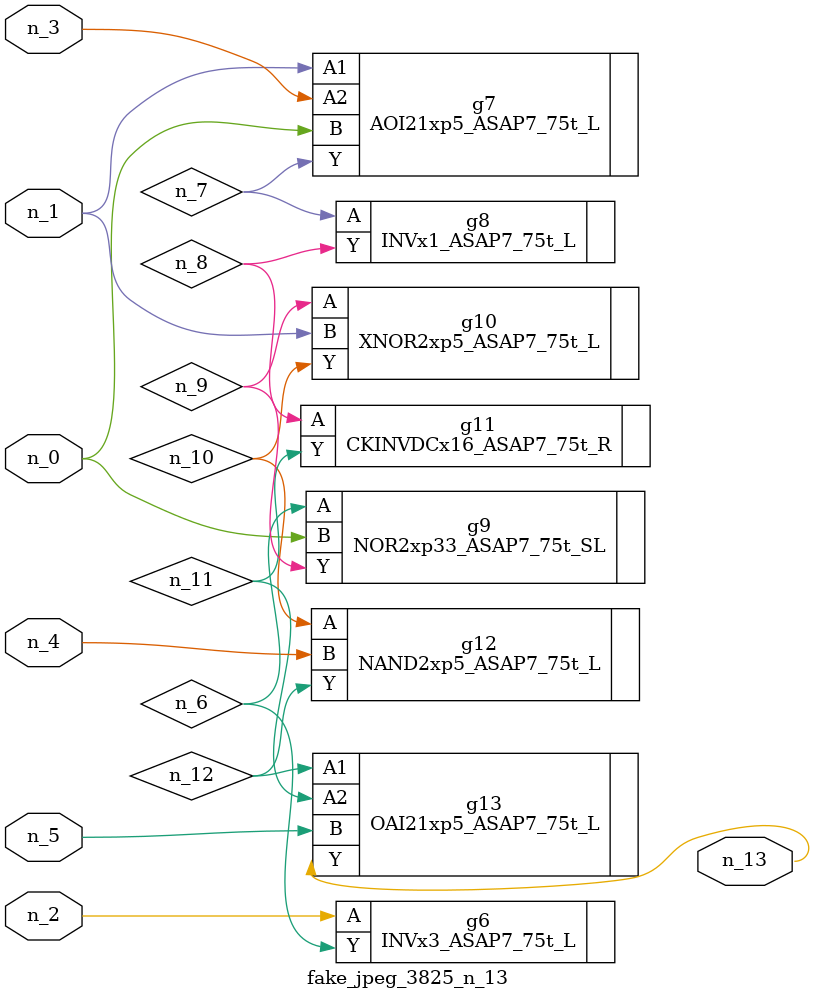
<source format=v>
module fake_jpeg_3825_n_13 (n_3, n_2, n_1, n_0, n_4, n_5, n_13);

input n_3;
input n_2;
input n_1;
input n_0;
input n_4;
input n_5;

output n_13;

wire n_11;
wire n_10;
wire n_12;
wire n_8;
wire n_9;
wire n_6;
wire n_7;

INVx3_ASAP7_75t_L g6 ( 
.A(n_2),
.Y(n_6)
);

AOI21xp5_ASAP7_75t_L g7 ( 
.A1(n_1),
.A2(n_3),
.B(n_0),
.Y(n_7)
);

INVx1_ASAP7_75t_L g8 ( 
.A(n_7),
.Y(n_8)
);

CKINVDCx16_ASAP7_75t_R g11 ( 
.A(n_8),
.Y(n_11)
);

NOR2xp33_ASAP7_75t_SL g9 ( 
.A(n_6),
.B(n_0),
.Y(n_9)
);

XNOR2xp5_ASAP7_75t_L g10 ( 
.A(n_9),
.B(n_1),
.Y(n_10)
);

NAND2xp5_ASAP7_75t_L g12 ( 
.A(n_10),
.B(n_4),
.Y(n_12)
);

OAI21xp5_ASAP7_75t_L g13 ( 
.A1(n_12),
.A2(n_11),
.B(n_5),
.Y(n_13)
);


endmodule
</source>
